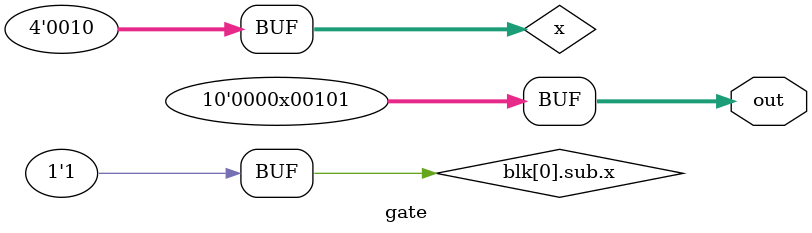
<source format=sv>
`default_nettype none

module gate(out);
    wire [3:0] x;
    for (genvar x = 0; x < 2; x++) begin : blk
        localparam w = x;
        if (x == 0) begin : sub
            wire [w:0] x;
        end
    end
    assign x = 2;
    assign blk[0].sub.x = '1;
    output wire [9:0] out;
    assign out = {1'bx, x, blk[0].sub.x};
endmodule
</source>
